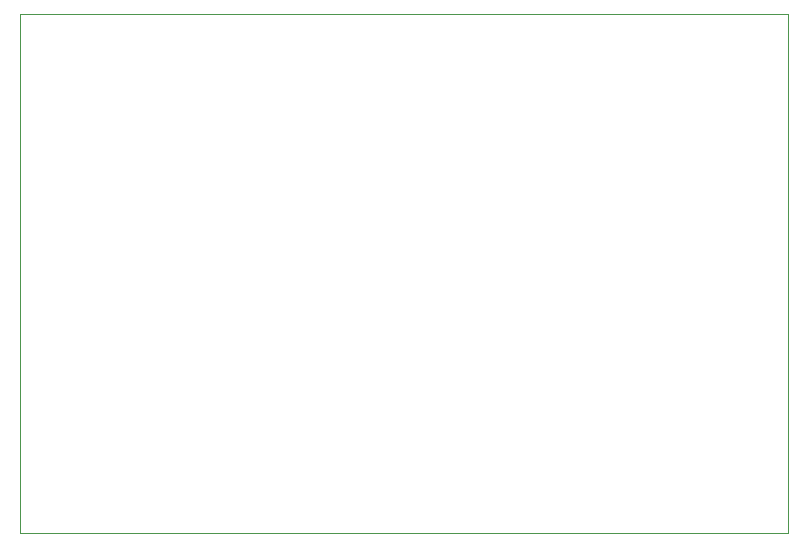
<source format=gbr>
%FSLAX34Y34*%
G04 Gerber Fmt 3.4, Leading zero omitted, Abs format*
G04 (created by PCBNEW (2014-02-26 BZR 4721)-product) date Monday, 21 March 2016 14:49:11*
%MOIN*%
G01*
G70*
G90*
G04 APERTURE LIST*
%ADD10C,0.005906*%
%ADD11C,0.003937*%
G04 APERTURE END LIST*
G54D10*
G54D11*
X42125Y-48818D02*
X42125Y-31496D01*
X67716Y-48818D02*
X42125Y-48818D01*
X67716Y-31496D02*
X67716Y-48818D01*
X42125Y-31496D02*
X67716Y-31496D01*
M02*

</source>
